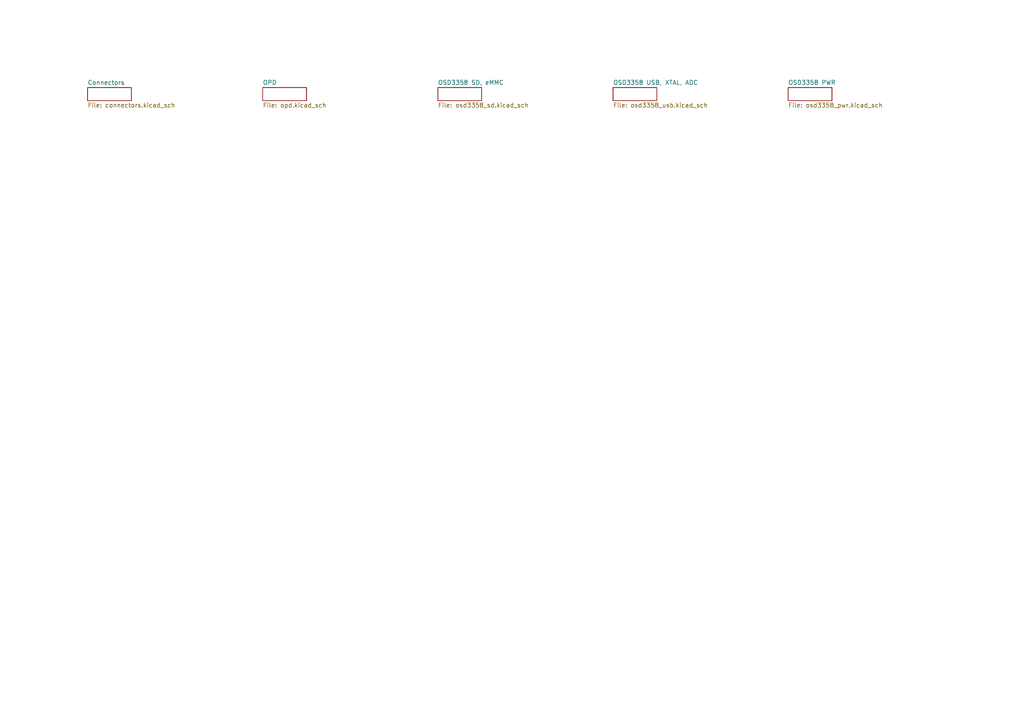
<source format=kicad_sch>
(kicad_sch
	(version 20250114)
	(generator "eeschema")
	(generator_version "9.0")
	(uuid "07ac832f-8d98-4777-b655-1877592dfd88")
	(paper "A4")
	(lib_symbols)
	(sheet
		(at 228.6 25.4)
		(size 12.7 3.81)
		(exclude_from_sim no)
		(in_bom yes)
		(on_board yes)
		(dnp no)
		(fields_autoplaced yes)
		(stroke
			(width 0)
			(type solid)
		)
		(fill
			(color 0 0 0 0.0000)
		)
		(uuid "4dfcc501-0eda-4ce5-917f-0383558d98a1")
		(property "Sheetname" "OSD3358 PWR"
			(at 228.6 24.6884 0)
			(effects
				(font
					(size 1.27 1.27)
				)
				(justify left bottom)
			)
		)
		(property "Sheetfile" "osd3358_pwr.kicad_sch"
			(at 228.6 29.7946 0)
			(effects
				(font
					(size 1.27 1.27)
				)
				(justify left top)
			)
		)
		(instances
			(project "cfc-card"
				(path "/07ac832f-8d98-4777-b655-1877592dfd88"
					(page "5")
				)
			)
		)
	)
	(sheet
		(at 76.2 25.4)
		(size 12.7 3.81)
		(exclude_from_sim no)
		(in_bom yes)
		(on_board yes)
		(dnp no)
		(fields_autoplaced yes)
		(stroke
			(width 0)
			(type solid)
		)
		(fill
			(color 0 0 0 0.0000)
		)
		(uuid "b2257a8e-f157-4d00-9c7a-ebd3e047ad3a")
		(property "Sheetname" "OPD"
			(at 76.2 24.6884 0)
			(effects
				(font
					(size 1.27 1.27)
				)
				(justify left bottom)
			)
		)
		(property "Sheetfile" "opd.kicad_sch"
			(at 76.2 29.7946 0)
			(effects
				(font
					(size 1.27 1.27)
				)
				(justify left top)
			)
		)
		(instances
			(project "cfc-card"
				(path "/07ac832f-8d98-4777-b655-1877592dfd88"
					(page "2")
				)
			)
		)
	)
	(sheet
		(at 127 25.4)
		(size 12.7 3.81)
		(exclude_from_sim no)
		(in_bom yes)
		(on_board yes)
		(dnp no)
		(fields_autoplaced yes)
		(stroke
			(width 0)
			(type solid)
		)
		(fill
			(color 0 0 0 0.0000)
		)
		(uuid "ef373219-d5fd-4fe4-9a40-d71169676409")
		(property "Sheetname" "OSD3358 SD, eMMC"
			(at 127 24.6884 0)
			(effects
				(font
					(size 1.27 1.27)
				)
				(justify left bottom)
			)
		)
		(property "Sheetfile" "osd3358_sd.kicad_sch"
			(at 127 29.7946 0)
			(effects
				(font
					(size 1.27 1.27)
				)
				(justify left top)
			)
		)
		(instances
			(project "cfc-card"
				(path "/07ac832f-8d98-4777-b655-1877592dfd88"
					(page "3")
				)
			)
		)
	)
	(sheet
		(at 25.4 25.4)
		(size 12.7 3.81)
		(exclude_from_sim no)
		(in_bom yes)
		(on_board yes)
		(dnp no)
		(fields_autoplaced yes)
		(stroke
			(width 0)
			(type solid)
		)
		(fill
			(color 0 0 0 0.0000)
		)
		(uuid "fa749d49-011a-4aaa-ad4d-f74224eb48bd")
		(property "Sheetname" "Connectors"
			(at 25.4 24.6884 0)
			(effects
				(font
					(size 1.27 1.27)
				)
				(justify left bottom)
			)
		)
		(property "Sheetfile" "connectors.kicad_sch"
			(at 25.4 29.7946 0)
			(effects
				(font
					(size 1.27 1.27)
				)
				(justify left top)
			)
		)
		(instances
			(project "cfc-card"
				(path "/07ac832f-8d98-4777-b655-1877592dfd88"
					(page "1")
				)
			)
		)
	)
	(sheet
		(at 177.8 25.4)
		(size 12.7 3.81)
		(exclude_from_sim no)
		(in_bom yes)
		(on_board yes)
		(dnp no)
		(fields_autoplaced yes)
		(stroke
			(width 0)
			(type solid)
		)
		(fill
			(color 0 0 0 0.0000)
		)
		(uuid "fb0d8cda-da67-4375-9bc6-6081ff32bfc0")
		(property "Sheetname" "OSD3358 USB, XTAL, ADC"
			(at 177.8 24.6884 0)
			(effects
				(font
					(size 1.27 1.27)
				)
				(justify left bottom)
			)
		)
		(property "Sheetfile" "osd3358_usb.kicad_sch"
			(at 177.8 29.7946 0)
			(effects
				(font
					(size 1.27 1.27)
				)
				(justify left top)
			)
		)
		(instances
			(project "cfc-card"
				(path "/07ac832f-8d98-4777-b655-1877592dfd88"
					(page "4")
				)
			)
		)
	)
	(sheet_instances
		(path "/"
			(page "1")
		)
	)
	(embedded_fonts no)
)

</source>
